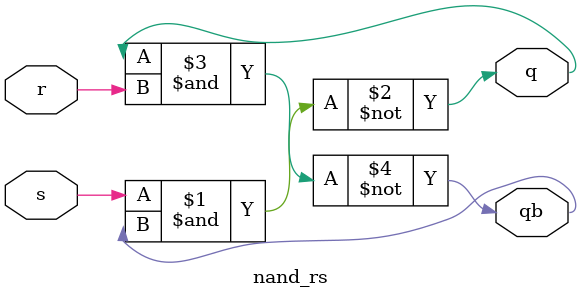
<source format=v>
module nand_rs(q,qb,s,r);
    output q,qb;
    input s,r;

nand #1 g1(q,s,qb);
nand #1 g2(qb,q,r);

endmodule
</source>
